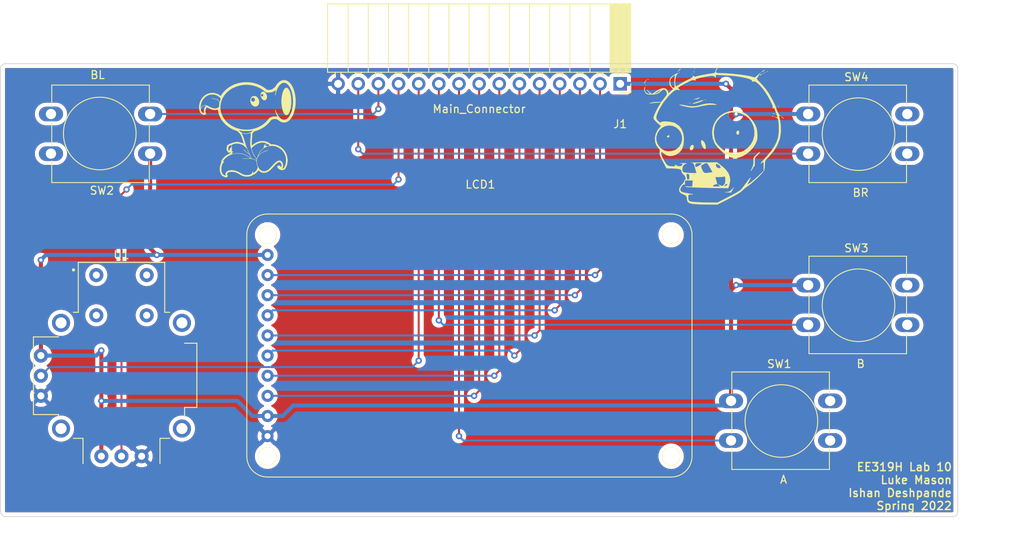
<source format=kicad_pcb>
(kicad_pcb (version 20171130) (host pcbnew "(5.1.9)-1")
  (layers (0 F.Cu signal) (31 B.Cu signal) (34 B.Paste user) (35 F.Paste user) (36 B.SilkS user) (37 F.SilkS user) (38 B.Mask user) (39 F.Mask user) (44 Edge.Cuts user))
  (net 0 "")
  (net 1 +3V3)
  (net 2 /MISO)
  (net 3 /SCK)
  (net 4 /MOSI)
  (net 5 /TFT_CS)
  (net 6 /CARD_CS)
  (net 7 /D_C)
  (net 8 /RESET)
  (net 9 /A)
  (net 10 /B)
  (net 11 /J_X)
  (net 12 /J_Y)
  (net 13 /BL)
  (net 14 /BR)
  (net 15 GND)
  (net 16 "Net-(U1-PadS1)")
  (net 17 "Net-(U1-PadB2A)")
  (net 18 "Net-(U1-PadB1A)")
  (module Logos:peashooter (layer F.Cu) (at 45.085 30.48)
    (fp_text reference G*** hide)
    (fp_text value PEASHOOTER hide)
  )
  (module Logos:zombie (layer F.Cu) (at 104.14 31.115)
    (fp_text reference G*** hide)
    (fp_text value ZOMBIE hide)
  )
  (module COM-09032:XDCR_COM-09032 (layer F.Cu) (at 29.21 61.595)
    (fp_text reference U1 (at 0 -15.24) (layer F.SilkS))
    (fp_text value COM-09032)
    (pad V3 thru_hole circle (at -10.16 2.54) (size 1.778 1.778) (drill 0.889) (layers *.Cu *.Mask) (net 15 GND))
    (pad V2 thru_hole circle (at -10.16 0) (size 1.778 1.778) (drill 0.889) (layers *.Cu *.Mask) (net 11 /J_X))
    (pad V1 thru_hole circle (at -10.16 -2.54) (size 1.778 1.778) (drill 0.889) (layers *.Cu *.Mask) (net 1 +3V3))
    (pad S4 thru_hole circle (at 7.62 -6.6675) (size 2.286 2.286) (drill 1.397) (layers *.Cu *.Mask) (net 16 "Net-(U1-PadS1)"))
    (pad S3 thru_hole circle (at 7.62 6.6675) (size 2.286 2.286) (drill 1.397) (layers *.Cu *.Mask) (net 16 "Net-(U1-PadS1)"))
    (pad S2 thru_hole circle (at -7.62 6.6675) (size 2.286 2.286) (drill 1.397) (layers *.Cu *.Mask) (net 16 "Net-(U1-PadS1)"))
    (pad S1 thru_hole circle (at -7.62 -6.6675) (size 2.286 2.286) (drill 1.397) (layers *.Cu *.Mask) (net 16 "Net-(U1-PadS1)"))
    (pad H3 thru_hole circle (at 2.54 10.16) (size 1.778 1.778) (drill 0.889) (layers *.Cu *.Mask) (net 15 GND))
    (pad H2 thru_hole circle (at 0 10.16) (size 1.778 1.778) (drill 0.889) (layers *.Cu *.Mask) (net 12 /J_Y))
    (pad H1 thru_hole circle (at -2.54 10.16) (size 1.778 1.778) (drill 0.889) (layers *.Cu *.Mask) (net 1 +3V3))
    (pad B2B thru_hole circle (at 3.175 -7.62) (size 1.778 1.778) (drill 0.9) (layers *.Cu *.Mask))
    (pad B2A thru_hole circle (at -3.175 -7.62) (size 1.778 1.778) (drill 0.9) (layers *.Cu *.Mask) (net 17 "Net-(U1-PadB2A)"))
    (pad B1B thru_hole circle (at 3.175 -12.7) (size 1.778 1.778) (drill 0.9) (layers *.Cu *.Mask))
    (pad B1A thru_hole circle (at -3.175 -12.7) (size 1.778 1.778) (drill 0.9) (layers *.Cu *.Mask) (net 18 "Net-(U1-PadB1A)"))
  )
  (module Connector_PinSocket_2.54mm:PinSocket_1x15_P2.54mm_Horizontal (layer F.Cu) (at 92.075 24.765 270)
    (fp_text reference J1 (at 5.08 0 180) (layer F.SilkS))
    (fp_text value Main_Connector (at 3.175 17.78 180) (layer F.SilkS))
    (pad 1 thru_hole rect (at 0 0 270) (size 1.7 1.7) (drill 1) (layers *.Cu *.Mask) (net 1 +3V3))
    (pad 2 thru_hole oval (at 0 2.54 270) (size 1.7 1.7) (drill 1) (layers *.Cu *.Mask) (net 2 /MISO))
    (pad 3 thru_hole oval (at 0 5.08 270) (size 1.7 1.7) (drill 1) (layers *.Cu *.Mask) (net 3 /SCK))
    (pad 4 thru_hole oval (at 0 7.62 270) (size 1.7 1.7) (drill 1) (layers *.Cu *.Mask) (net 4 /MOSI))
    (pad 5 thru_hole oval (at 0 10.16 270) (size 1.7 1.7) (drill 1) (layers *.Cu *.Mask) (net 5 /TFT_CS))
    (pad 6 thru_hole oval (at 0 12.7 270) (size 1.7 1.7) (drill 1) (layers *.Cu *.Mask) (net 6 /CARD_CS))
    (pad 7 thru_hole oval (at 0 15.24 270) (size 1.7 1.7) (drill 1) (layers *.Cu *.Mask) (net 7 /D_C))
    (pad 8 thru_hole oval (at 0 17.78 270) (size 1.7 1.7) (drill 1) (layers *.Cu *.Mask) (net 8 /RESET))
    (pad 9 thru_hole oval (at 0 20.32 270) (size 1.7 1.7) (drill 1) (layers *.Cu *.Mask) (net 9 /A))
    (pad 10 thru_hole oval (at 0 22.86 270) (size 1.7 1.7) (drill 1) (layers *.Cu *.Mask) (net 10 /B))
    (pad 11 thru_hole oval (at 0 25.4 270) (size 1.7 1.7) (drill 1) (layers *.Cu *.Mask) (net 11 /J_X))
    (pad 12 thru_hole oval (at 0 27.94 270) (size 1.7 1.7) (drill 1) (layers *.Cu *.Mask) (net 12 /J_Y))
    (pad 13 thru_hole oval (at 0 30.48 270) (size 1.7 1.7) (drill 1) (layers *.Cu *.Mask) (net 13 /BL))
    (pad 14 thru_hole oval (at 0 33.02 270) (size 1.7 1.7) (drill 1) (layers *.Cu *.Mask) (net 14 /BR))
    (pad 15 thru_hole oval (at 0 35.56 270) (size 1.7 1.7) (drill 1) (layers *.Cu *.Mask) (net 15 GND))
  )
  (module ST7735:ST7735MicroSD (layer F.Cu) (at 57.785 41.275)
    (fp_text reference LCD1 (at 16.66 -3.81) (layer F.SilkS))
    (fp_text value ST7735MicroSD)
    (pad "" np_thru_hole circle (at -10.16 2.54) (size 2.2 2.2) (drill 2.2) (layers *.Cu *.Mask))
    (pad "" np_thru_hole circle (at -10.16 30.48) (size 2.2 2.2) (drill 2.2) (layers *.Cu *.Mask))
    (pad 10 thru_hole circle (at -10.16 27.94) (size 1.524 1.524) (drill 0.762) (layers *.Cu *.Mask) (net 15 GND))
    (pad 9 thru_hole circle (at -10.16 25.4) (size 1.524 1.524) (drill 0.762) (layers *.Cu *.Mask) (net 1 +3V3))
    (pad 8 thru_hole circle (at -10.16 22.86) (size 1.524 1.524) (drill 0.762) (layers *.Cu *.Mask) (net 8 /RESET))
    (pad 7 thru_hole circle (at -10.16 20.32) (size 1.524 1.524) (drill 0.762) (layers *.Cu *.Mask) (net 7 /D_C))
    (pad 6 thru_hole circle (at -10.16 17.78) (size 1.524 1.524) (drill 0.762) (layers *.Cu *.Mask) (net 6 /CARD_CS))
    (pad 5 thru_hole circle (at -10.16 15.24) (size 1.524 1.524) (drill 0.762) (layers *.Cu *.Mask) (net 5 /TFT_CS))
    (pad 4 thru_hole circle (at -10.16 12.7) (size 1.524 1.524) (drill 0.762) (layers *.Cu *.Mask) (net 4 /MOSI))
    (pad 3 thru_hole circle (at -10.16 10.16) (size 1.524 1.524) (drill 0.762) (layers *.Cu *.Mask) (net 3 /SCK))
    (pad 2 thru_hole circle (at -10.16 7.62) (size 1.524 1.524) (drill 0.762) (layers *.Cu *.Mask) (net 2 /MISO))
    (pad 1 thru_hole circle (at -10.16 5.08) (size 1.524 1.524) (drill 0.762) (layers *.Cu *.Mask) (net 1 +3V3))
    (pad "" np_thru_hole circle (at 40.71 30.48) (size 2.2 2.2) (drill 2.2) (layers *.Cu *.Mask))
    (pad "" np_thru_hole circle (at 40.71 2.54) (size 2.2 2.2) (drill 2.2) (layers *.Cu *.Mask))
  )
  (module Button_Switch_THT:SW_PUSH-12mm (layer F.Cu) (at 106.045 64.77)
    (fp_text reference SW1 (at 6.08 -4.66) (layer F.SilkS))
    (fp_text value A (at 6.62 9.93) (layer F.SilkS))
    (pad 1 thru_hole oval (at 12.5 0) (size 3.048 1.85) (drill 1.3) (layers *.Cu *.Mask) (net 1 +3V3))
    (pad 2 thru_hole oval (at 12.5 5) (size 3.048 1.85) (drill 1.3) (layers *.Cu *.Mask) (net 9 /A))
    (pad 1 thru_hole oval (at 0 0) (size 3.048 1.85) (drill 1.3) (layers *.Cu *.Mask) (net 1 +3V3))
    (pad 2 thru_hole oval (at 0 5) (size 3.048 1.85) (drill 1.3) (layers *.Cu *.Mask) (net 9 /A))
  )
  (module Button_Switch_THT:SW_PUSH-12mm (layer F.Cu) (at 32.82 33.575 180)
    (fp_text reference SW2 (at 6.08 -4.66) (layer F.SilkS))
    (fp_text value BL (at 6.62 9.93) (layer F.SilkS))
    (pad 1 thru_hole oval (at 12.5 0 180) (size 3.048 1.85) (drill 1.3) (layers *.Cu *.Mask) (net 1 +3V3))
    (pad 2 thru_hole oval (at 12.5 5 180) (size 3.048 1.85) (drill 1.3) (layers *.Cu *.Mask) (net 13 /BL))
    (pad 1 thru_hole oval (at 0 0 180) (size 3.048 1.85) (drill 1.3) (layers *.Cu *.Mask) (net 1 +3V3))
    (pad 2 thru_hole oval (at 0 5 180) (size 3.048 1.85) (drill 1.3) (layers *.Cu *.Mask) (net 13 /BL))
  )
  (module Button_Switch_THT:SW_PUSH-12mm (layer F.Cu) (at 115.77 50.165)
    (fp_text reference SW3 (at 6.08 -4.66) (layer F.SilkS))
    (fp_text value B (at 6.62 9.93) (layer F.SilkS))
    (pad 2 thru_hole oval (at 0 5) (size 3.048 1.85) (drill 1.3) (layers *.Cu *.Mask) (net 10 /B))
    (pad 1 thru_hole oval (at 0 0) (size 3.048 1.85) (drill 1.3) (layers *.Cu *.Mask) (net 1 +3V3))
    (pad 2 thru_hole oval (at 12.5 5) (size 3.048 1.85) (drill 1.3) (layers *.Cu *.Mask) (net 10 /B))
    (pad 1 thru_hole oval (at 12.5 0) (size 3.048 1.85) (drill 1.3) (layers *.Cu *.Mask) (net 1 +3V3))
  )
  (module Button_Switch_THT:SW_PUSH-12mm (layer F.Cu) (at 115.77 28.575)
    (fp_text reference SW4 (at 6.08 -4.66) (layer F.SilkS))
    (fp_text value BR (at 6.62 9.93) (layer F.SilkS))
    (pad 2 thru_hole oval (at 0 5) (size 3.048 1.85) (drill 1.3) (layers *.Cu *.Mask) (net 14 /BR))
    (pad 1 thru_hole oval (at 0 0) (size 3.048 1.85) (drill 1.3) (layers *.Cu *.Mask) (net 1 +3V3))
    (pad 2 thru_hole oval (at 12.5 5) (size 3.048 1.85) (drill 1.3) (layers *.Cu *.Mask) (net 14 /BR))
    (pad 1 thru_hole oval (at 12.5 0) (size 3.048 1.85) (drill 1.3) (layers *.Cu *.Mask) (net 1 +3V3))
  )
  (gr_arc (start 133.985 22.86) (end 134.62 22.86) (angle -90) (layer Edge.Cuts) (width 0.1))
  (gr_arc (start 133.985 78.74) (end 133.985 79.375) (angle -90) (layer Edge.Cuts) (width 0.1))
  (gr_arc (start 14.605 78.74) (end 13.97 78.74) (angle -90) (layer Edge.Cuts) (width 0.1))
  (gr_arc (start 14.605 22.86) (end 14.605 22.225) (angle -90) (layer Edge.Cuts) (width 0.1))
  (gr_text "EE319H Lab 10\nLuke Mason\nIshan Deshpande\nSpring 2022" (at 133.985 75.565) (layer F.SilkS) (effects (font (size 1.016 1.016) (thickness 0.1778)) (justify right)))
  (gr_line (start 134.62 22.86) (end 134.62 78.74) (layer Edge.Cuts) (width 0.1))
  (gr_line (start 14.605 22.225) (end 133.985 22.225) (layer Edge.Cuts) (width 0.1))
  (gr_line (start 13.97 78.74) (end 13.97 22.86) (layer Edge.Cuts) (width 0.1))
  (gr_line (start 133.985 79.375) (end 14.605 79.375) (layer Edge.Cuts) (width 0.1))
  (via (at 33.655 46.355) (size 0.8) (drill 0.4) (layers F.Cu B.Cu) (net 1))
  (segment (start 32.82 45.52) (end 33.655 46.355) (width 0.508) (layer F.Cu) (net 1))
  (segment (start 32.82 33.575) (end 32.82 45.52) (width 0.508) (layer F.Cu) (net 1))
  (segment (start 33.655 46.355) (end 47.625 46.355) (width 0.508) (layer B.Cu) (net 1))
  (segment (start 19.685 46.355) (end 19.05 46.99) (width 0.508) (layer B.Cu) (net 1))
  (via (at 19.05 46.99) (size 0.8) (drill 0.4) (layers F.Cu B.Cu) (net 1))
  (segment (start 33.655 46.355) (end 19.685 46.355) (width 0.508) (layer B.Cu) (net 1))
  (segment (start 19.05 46.99) (end 19.05 59.055) (width 0.508) (layer F.Cu) (net 1))
  (segment (start 19.05 59.055) (end 26.035 59.055) (width 0.508) (layer B.Cu) (net 1))
  (via (at 26.67 58.42) (size 0.8) (drill 0.4) (layers F.Cu B.Cu) (net 1))
  (via (at 26.67 64.77) (size 0.8) (drill 0.4) (layers F.Cu B.Cu) (net 1))
  (segment (start 26.67 64.77) (end 26.67 71.755) (width 0.508) (layer F.Cu) (net 1))
  (segment (start 26.67 64.77) (end 43.815 64.77) (width 0.508) (layer B.Cu) (net 1))
  (segment (start 45.72 66.675) (end 47.625 66.675) (width 0.508) (layer B.Cu) (net 1))
  (segment (start 43.815 64.77) (end 45.72 66.675) (width 0.508) (layer B.Cu) (net 1))
  (segment (start 105.463999 65.351001) (end 50.853999 65.351001) (width 0.508) (layer B.Cu) (net 1))
  (segment (start 106.045 64.77) (end 105.463999 65.351001) (width 0.508) (layer B.Cu) (net 1))
  (segment (start 49.53 66.675) (end 47.625 66.675) (width 0.508) (layer B.Cu) (net 1))
  (segment (start 50.853999 65.351001) (end 49.53 66.675) (width 0.508) (layer B.Cu) (net 1))
  (via (at 106.68 50.165) (size 0.8) (drill 0.4) (layers F.Cu B.Cu) (net 1))
  (segment (start 106.045 50.8) (end 106.68 50.165) (width 0.508) (layer F.Cu) (net 1))
  (segment (start 106.045 64.77) (end 106.045 50.8) (width 0.508) (layer F.Cu) (net 1))
  (segment (start 106.045 50.8) (end 106.045 29.21) (width 0.508) (layer F.Cu) (net 1))
  (via (at 106.68 28.575) (size 0.8) (drill 0.4) (layers F.Cu B.Cu) (net 1))
  (segment (start 106.045 29.21) (end 106.68 28.575) (width 0.508) (layer F.Cu) (net 1))
  (segment (start 106.68 28.575) (end 115.77 28.575) (width 0.508) (layer B.Cu) (net 1))
  (via (at 105.41 24.765) (size 0.8) (drill 0.4) (layers F.Cu B.Cu) (net 1))
  (segment (start 106.045 25.4) (end 105.41 24.765) (width 0.508) (layer F.Cu) (net 1))
  (segment (start 106.045 29.21) (end 106.045 25.4) (width 0.508) (layer F.Cu) (net 1))
  (segment (start 105.41 24.765) (end 92.075 24.765) (width 0.508) (layer B.Cu) (net 1))
  (segment (start 106.68 50.165) (end 115.77 50.165) (width 0.508) (layer B.Cu) (net 1))
  (segment (start 26.67 64.77) (end 26.67 58.42) (width 0.508) (layer F.Cu) (net 1))
  (segment (start 26.035 59.055) (end 26.67 58.42) (width 0.508) (layer B.Cu) (net 1))
  (via (at 88.9 48.895) (size 0.8) (drill 0.4) (layers F.Cu B.Cu) (net 2))
  (segment (start 89.535 48.26) (end 88.9 48.895) (width 0.25) (layer F.Cu) (net 2))
  (segment (start 89.535 24.765) (end 89.535 48.26) (width 0.25) (layer F.Cu) (net 2))
  (segment (start 88.9 48.895) (end 47.625 48.895) (width 0.25) (layer B.Cu) (net 2))
  (via (at 86.36 51.435) (size 0.8) (drill 0.4) (layers F.Cu B.Cu) (net 3))
  (segment (start 86.995 50.8) (end 86.36 51.435) (width 0.25) (layer F.Cu) (net 3))
  (segment (start 86.995 24.765) (end 86.995 50.8) (width 0.25) (layer F.Cu) (net 3))
  (segment (start 86.36 51.435) (end 47.625 51.435) (width 0.25) (layer B.Cu) (net 3))
  (via (at 83.82 53.34) (size 0.8) (drill 0.4) (layers F.Cu B.Cu) (net 4))
  (segment (start 84.455 52.705) (end 83.82 53.34) (width 0.25) (layer F.Cu) (net 4))
  (segment (start 84.455 24.765) (end 84.455 52.705) (width 0.25) (layer F.Cu) (net 4))
  (segment (start 83.82 53.34) (end 48.26 53.34) (width 0.25) (layer B.Cu) (net 4))
  (segment (start 48.26 53.34) (end 47.625 53.975) (width 0.25) (layer B.Cu) (net 4))
  (via (at 81.28 56.515) (size 0.8) (drill 0.4) (layers F.Cu B.Cu) (net 5))
  (segment (start 81.915 55.88) (end 81.28 56.515) (width 0.25) (layer F.Cu) (net 5))
  (segment (start 81.915 24.765) (end 81.915 55.88) (width 0.25) (layer F.Cu) (net 5))
  (segment (start 81.28 56.515) (end 47.625 56.515) (width 0.25) (layer B.Cu) (net 5))
  (via (at 78.74 59.055) (size 0.8) (drill 0.4) (layers F.Cu B.Cu) (net 6))
  (segment (start 79.375 58.42) (end 78.74 59.055) (width 0.25) (layer F.Cu) (net 6))
  (segment (start 79.375 24.765) (end 79.375 58.42) (width 0.25) (layer F.Cu) (net 6))
  (segment (start 78.74 59.055) (end 78.105 58.42) (width 0.25) (layer B.Cu) (net 6))
  (segment (start 48.26 58.42) (end 47.625 59.055) (width 0.25) (layer B.Cu) (net 6))
  (segment (start 78.105 58.42) (end 48.26 58.42) (width 0.25) (layer B.Cu) (net 6))
  (via (at 76.2 61.595) (size 0.8) (drill 0.4) (layers F.Cu B.Cu) (net 7))
  (segment (start 76.835 60.96) (end 76.2 61.595) (width 0.25) (layer F.Cu) (net 7))
  (segment (start 76.835 24.765) (end 76.835 60.96) (width 0.25) (layer F.Cu) (net 7))
  (segment (start 76.2 61.595) (end 47.625 61.595) (width 0.25) (layer B.Cu) (net 7))
  (via (at 73.66 64.135) (size 0.8) (drill 0.4) (layers F.Cu B.Cu) (net 8))
  (segment (start 74.295 63.5) (end 73.66 64.135) (width 0.25) (layer F.Cu) (net 8))
  (segment (start 74.295 24.765) (end 74.295 63.5) (width 0.25) (layer F.Cu) (net 8))
  (segment (start 73.66 64.135) (end 47.625 64.135) (width 0.25) (layer B.Cu) (net 8))
  (via (at 71.755 69.215) (size 0.8) (drill 0.4) (layers F.Cu B.Cu) (net 9))
  (segment (start 72.31 69.77) (end 71.755 69.215) (width 0.25) (layer B.Cu) (net 9))
  (segment (start 71.755 69.215) (end 71.755 24.765) (width 0.25) (layer F.Cu) (net 9))
  (segment (start 106.045 69.77) (end 72.31 69.77) (width 0.25) (layer B.Cu) (net 9))
  (via (at 69.215 54.61) (size 0.8) (drill 0.4) (layers F.Cu B.Cu) (net 10))
  (segment (start 69.77 55.165) (end 69.215 54.61) (width 0.25) (layer B.Cu) (net 10))
  (segment (start 69.215 54.61) (end 69.215 24.765) (width 0.25) (layer F.Cu) (net 10))
  (segment (start 115.77 55.165) (end 69.77 55.165) (width 0.25) (layer B.Cu) (net 10))
  (via (at 66.675 59.69) (size 0.8) (drill 0.4) (layers F.Cu B.Cu) (net 11))
  (segment (start 65.857001 60.507999) (end 66.675 59.69) (width 0.25) (layer B.Cu) (net 11))
  (segment (start 20.137001 60.507999) (end 65.857001 60.507999) (width 0.25) (layer B.Cu) (net 11))
  (segment (start 19.05 61.595) (end 20.137001 60.507999) (width 0.25) (layer B.Cu) (net 11))
  (segment (start 66.675 59.69) (end 66.675 24.765) (width 0.25) (layer F.Cu) (net 11))
  (via (at 29.845 38.1) (size 0.8) (drill 0.4) (layers F.Cu B.Cu) (net 12))
  (segment (start 29.21 38.735) (end 29.845 38.1) (width 0.25) (layer F.Cu) (net 12))
  (segment (start 29.21 71.755) (end 29.21 38.735) (width 0.25) (layer F.Cu) (net 12))
  (segment (start 29.845 38.1) (end 30.48 37.465) (width 0.25) (layer B.Cu) (net 12))
  (via (at 64.135 36.83) (size 0.8) (drill 0.4) (layers F.Cu B.Cu) (net 12))
  (segment (start 63.5 37.465) (end 64.135 36.83) (width 0.25) (layer B.Cu) (net 12))
  (segment (start 30.48 37.465) (end 63.5 37.465) (width 0.25) (layer B.Cu) (net 12))
  (segment (start 64.135 36.83) (end 64.135 24.765) (width 0.25) (layer F.Cu) (net 12))
  (segment (start 60.96 28.575) (end 61.595 27.94) (width 0.25) (layer B.Cu) (net 13))
  (via (at 61.595 27.94) (size 0.8) (drill 0.4) (layers F.Cu B.Cu) (net 13))
  (segment (start 32.82 28.575) (end 60.96 28.575) (width 0.25) (layer B.Cu) (net 13))
  (segment (start 61.595 27.94) (end 61.595 24.765) (width 0.25) (layer F.Cu) (net 13))
  (via (at 59.055 33.02) (size 0.8) (drill 0.4) (layers F.Cu B.Cu) (net 14))
  (segment (start 59.61 33.575) (end 59.055 33.02) (width 0.25) (layer B.Cu) (net 14))
  (segment (start 115.77 33.575) (end 59.61 33.575) (width 0.25) (layer B.Cu) (net 14))
  (segment (start 59.055 33.02) (end 59.055 24.765) (width 0.25) (layer F.Cu) (net 14))
  (zone (net 15) (net_name GND) (layer F.Cu) (connect_pads (clearance 0.508)) (min_thickness 0.254) (fill yes (arc_segments 32) (thermal_gap 0.508) (thermal_bridge_width 0.508))
    (polygon (pts (xy 134.62 79.375) (xy 13.97 79.375) (xy 13.97 22.225) (xy 134.62 22.225)))
  )
  (zone (net 15) (net_name GND) (layer B.Cu) (connect_pads (clearance 0.508)) (min_thickness 0.254) (fill yes (arc_segments 32) (thermal_gap 0.508) (thermal_bridge_width 0.508))
    (polygon (pts (xy 134.62 79.375) (xy 13.97 79.375) (xy 13.97 22.225) (xy 134.62 22.225)))
  )
)
</source>
